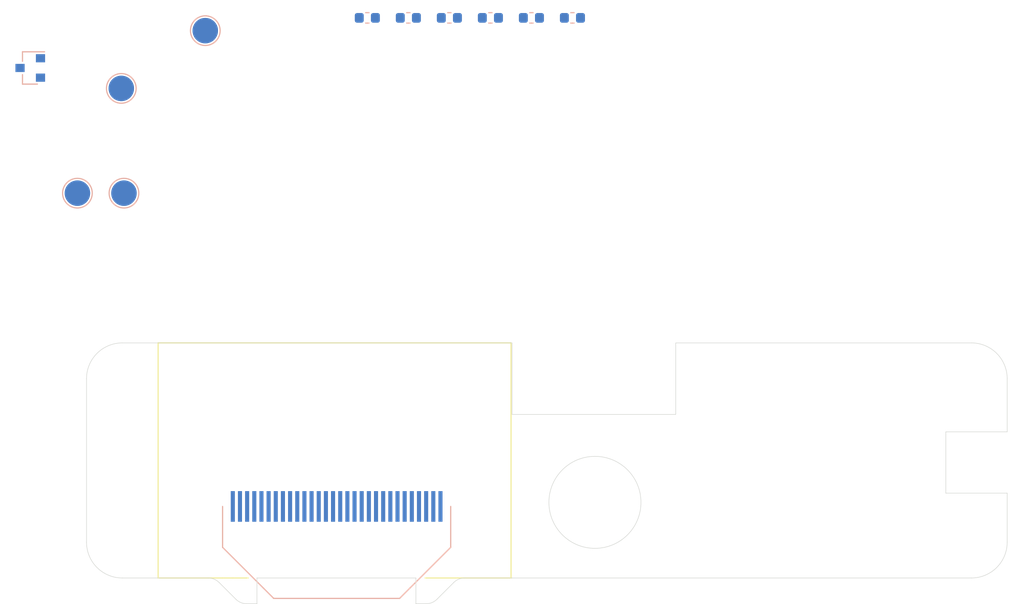
<source format=kicad_pcb>
(kicad_pcb (version 20171130) (host pcbnew "(5.1.5)-3")

  (general
    (thickness 1.6)
    (drawings 30)
    (tracks 0)
    (zones 0)
    (modules 16)
    (nets 8)
  )

  (page A4)
  (layers
    (0 F.Cu signal)
    (31 B.Cu signal)
    (32 B.Adhes user)
    (33 F.Adhes user)
    (34 B.Paste user)
    (35 F.Paste user)
    (36 B.SilkS user)
    (37 F.SilkS user)
    (38 B.Mask user)
    (39 F.Mask user)
    (40 Dwgs.User user)
    (41 Cmts.User user)
    (42 Eco1.User user)
    (43 Eco2.User user)
    (44 Edge.Cuts user)
    (45 Margin user)
    (46 B.CrtYd user)
    (47 F.CrtYd user)
    (48 B.Fab user)
    (49 F.Fab user)
  )

  (setup
    (last_trace_width 0.25)
    (trace_clearance 0.2)
    (zone_clearance 0.508)
    (zone_45_only no)
    (trace_min 0.2)
    (via_size 0.8)
    (via_drill 0.4)
    (via_min_size 0.4)
    (via_min_drill 0.3)
    (uvia_size 0.3)
    (uvia_drill 0.1)
    (uvias_allowed no)
    (uvia_min_size 0.2)
    (uvia_min_drill 0.1)
    (edge_width 0.05)
    (segment_width 0.2)
    (pcb_text_width 0.3)
    (pcb_text_size 1.5 1.5)
    (mod_edge_width 0.12)
    (mod_text_size 1 1)
    (mod_text_width 0.15)
    (pad_size 1.524 1.524)
    (pad_drill 0.762)
    (pad_to_mask_clearance 0.051)
    (solder_mask_min_width 0.25)
    (aux_axis_origin 0 0)
    (grid_origin 84.9 98.5)
    (visible_elements 7FFFFFFF)
    (pcbplotparams
      (layerselection 0x010fc_ffffffff)
      (usegerberextensions false)
      (usegerberattributes false)
      (usegerberadvancedattributes false)
      (creategerberjobfile false)
      (excludeedgelayer true)
      (linewidth 0.100000)
      (plotframeref false)
      (viasonmask false)
      (mode 1)
      (useauxorigin false)
      (hpglpennumber 1)
      (hpglpenspeed 20)
      (hpglpendiameter 15.000000)
      (psnegative false)
      (psa4output false)
      (plotreference true)
      (plotvalue true)
      (plotinvisibletext false)
      (padsonsilk false)
      (subtractmaskfromsilk false)
      (outputformat 1)
      (mirror false)
      (drillshape 1)
      (scaleselection 1)
      (outputdirectory ""))
  )

  (net 0 "")
  (net 1 GND)
  (net 2 +3V3)
  (net 3 "Net-(C3-Pad1)")
  (net 4 "Net-(R1-Pad1)")
  (net 5 I2C1_SDA)
  (net 6 I2C1_SCL)
  (net 7 "Net-(U1-Pad14)")

  (net_class Default "This is the default net class."
    (clearance 0.2)
    (trace_width 0.25)
    (via_dia 0.8)
    (via_drill 0.4)
    (uvia_dia 0.3)
    (uvia_drill 0.1)
    (add_net +3V3)
    (add_net GND)
    (add_net I2C1_SCL)
    (add_net I2C1_SDA)
    (add_net "Net-(C3-Pad1)")
    (add_net "Net-(R1-Pad1)")
    (add_net "Net-(U1-Pad14)")
  )

  (module CUSTOM_FOOTPRINTS:OLED_30_Pin (layer B.Cu) (tedit 610E8E89) (tstamp 610EBFA5)
    (at 80.9 89.5)
    (path /6115B70F)
    (fp_text reference U1 (at 9.1 -3.5) (layer B.SilkS) hide
      (effects (font (size 1 1) (thickness 0.15)) (justify mirror))
    )
    (fp_text value OLED_30_Pin (at 4.9 -5.6) (layer B.Fab)
      (effects (font (size 1 1) (thickness 0.15)) (justify mirror))
    )
    (fp_line (start 3 8) (end 4 9) (layer B.SilkS) (width 0.12))
    (fp_line (start 17.3 8) (end 16.3 9) (layer B.SilkS) (width 0.12))
    (fp_line (start 4 9) (end 16.3 9) (layer B.SilkS) (width 0.12))
    (fp_line (start 0 7) (end 1.5 7) (layer F.SilkS) (width 0.12))
    (fp_line (start 27.2 7) (end 18.8 7) (layer F.SilkS) (width 0.12))
    (fp_line (start 27.2 -16) (end 27.2 7) (layer F.SilkS) (width 0.12))
    (fp_line (start -7.3 -16) (end 27.2 -16) (layer F.SilkS) (width 0.12))
    (fp_line (start -7.3 7) (end -7.3 -16) (layer F.SilkS) (width 0.12))
    (fp_line (start -1 7) (end -7.3 7) (layer F.SilkS) (width 0.12))
    (fp_line (start -1 7) (end 0 7) (layer F.SilkS) (width 0.12))
    (fp_line (start 21.3 4) (end 17.3 8) (layer B.SilkS) (width 0.12))
    (fp_line (start -1 4) (end 3 8) (layer B.SilkS) (width 0.12))
    (fp_line (start 21.3 0) (end 21.3 4) (layer B.SilkS) (width 0.12))
    (fp_line (start -1 0) (end -1 4) (layer B.SilkS) (width 0.12))
    (pad 30 smd rect (at 20.3 0) (size 0.4 3) (layers B.Cu B.Paste B.Mask))
    (pad 29 smd rect (at 19.6 0) (size 0.4 3) (layers B.Cu B.Paste B.Mask)
      (net 1 GND))
    (pad 28 smd rect (at 18.9 0) (size 0.4 3) (layers B.Cu B.Paste B.Mask)
      (net 2 +3V3))
    (pad 27 smd rect (at 18.2 0) (size 0.4 3) (layers B.Cu B.Paste B.Mask)
      (net 3 "Net-(C3-Pad1)"))
    (pad 26 smd rect (at 17.5 0) (size 0.4 3) (layers B.Cu B.Paste B.Mask)
      (net 4 "Net-(R1-Pad1)"))
    (pad 25 smd rect (at 16.8 0) (size 0.4 3) (layers B.Cu B.Paste B.Mask)
      (net 1 GND))
    (pad 24 smd rect (at 16.1 0) (size 0.4 3) (layers B.Cu B.Paste B.Mask)
      (net 1 GND))
    (pad 23 smd rect (at 15.4 0) (size 0.4 3) (layers B.Cu B.Paste B.Mask)
      (net 1 GND))
    (pad 22 smd rect (at 14.7 0) (size 0.4 3) (layers B.Cu B.Paste B.Mask)
      (net 1 GND))
    (pad 21 smd rect (at 14 0) (size 0.4 3) (layers B.Cu B.Paste B.Mask)
      (net 1 GND))
    (pad 20 smd rect (at 13.3 0) (size 0.4 3) (layers B.Cu B.Paste B.Mask)
      (net 5 I2C1_SDA))
    (pad 19 smd rect (at 12.6 0) (size 0.4 3) (layers B.Cu B.Paste B.Mask)
      (net 5 I2C1_SDA))
    (pad 18 smd rect (at 11.9 0) (size 0.4 3) (layers B.Cu B.Paste B.Mask)
      (net 6 I2C1_SCL))
    (pad 17 smd rect (at 11.2 0) (size 0.4 3) (layers B.Cu B.Paste B.Mask)
      (net 1 GND))
    (pad 16 smd rect (at 10.5 0) (size 0.4 3) (layers B.Cu B.Paste B.Mask)
      (net 1 GND))
    (pad 15 smd rect (at 9.8 0) (size 0.4 3) (layers B.Cu B.Paste B.Mask)
      (net 1 GND))
    (pad 14 smd rect (at 9.1 0) (size 0.4 3) (layers B.Cu B.Paste B.Mask)
      (net 7 "Net-(U1-Pad14)"))
    (pad 13 smd rect (at 8.4 0) (size 0.4 3) (layers B.Cu B.Paste B.Mask)
      (net 1 GND))
    (pad 12 smd rect (at 7.7 0) (size 0.4 3) (layers B.Cu B.Paste B.Mask)
      (net 1 GND))
    (pad 11 smd rect (at 7 0) (size 0.4 3) (layers B.Cu B.Paste B.Mask)
      (net 2 +3V3))
    (pad 10 smd rect (at 6.3 0) (size 0.4 3) (layers B.Cu B.Paste B.Mask)
      (net 1 GND))
    (pad 9 smd rect (at 5.6 0) (size 0.4 3) (layers B.Cu B.Paste B.Mask)
      (net 2 +3V3))
    (pad 8 smd rect (at 4.9 0) (size 0.4 3) (layers B.Cu B.Paste B.Mask)
      (net 1 GND))
    (pad 7 smd rect (at 4.2 0) (size 0.4 3) (layers B.Cu B.Paste B.Mask))
    (pad 6 smd rect (at 3.5 0) (size 0.4 3) (layers B.Cu B.Paste B.Mask)
      (net 2 +3V3))
    (pad 5 smd rect (at 2.8 0) (size 0.4 3) (layers B.Cu B.Paste B.Mask))
    (pad 4 smd rect (at 2.1 0) (size 0.4 3) (layers B.Cu B.Paste B.Mask))
    (pad 3 smd rect (at 1.4 0) (size 0.4 3) (layers B.Cu B.Paste B.Mask))
    (pad 2 smd rect (at 0.7 0) (size 0.4 3) (layers B.Cu B.Paste B.Mask))
    (pad 1 smd rect (at 0 0) (size 0.4 3) (layers B.Cu B.Paste B.Mask))
  )

  (module Package_TO_SOT_SMD:SOT-23 (layer B.Cu) (tedit 5A02FF57) (tstamp 610EBFBA)
    (at 61.1 46.6 180)
    (descr "SOT-23, Standard")
    (tags SOT-23)
    (path /6115B64C)
    (attr smd)
    (fp_text reference U2 (at 0 2.5) (layer B.SilkS) hide
      (effects (font (size 1 1) (thickness 0.15)) (justify mirror))
    )
    (fp_text value APX803 (at 0 -2.5) (layer B.Fab)
      (effects (font (size 1 1) (thickness 0.15)) (justify mirror))
    )
    (fp_line (start 0.76 -1.58) (end -0.7 -1.58) (layer B.SilkS) (width 0.12))
    (fp_line (start 0.76 1.58) (end -1.4 1.58) (layer B.SilkS) (width 0.12))
    (fp_line (start -1.7 -1.75) (end -1.7 1.75) (layer B.CrtYd) (width 0.05))
    (fp_line (start 1.7 -1.75) (end -1.7 -1.75) (layer B.CrtYd) (width 0.05))
    (fp_line (start 1.7 1.75) (end 1.7 -1.75) (layer B.CrtYd) (width 0.05))
    (fp_line (start -1.7 1.75) (end 1.7 1.75) (layer B.CrtYd) (width 0.05))
    (fp_line (start 0.76 1.58) (end 0.76 0.65) (layer B.SilkS) (width 0.12))
    (fp_line (start 0.76 -1.58) (end 0.76 -0.65) (layer B.SilkS) (width 0.12))
    (fp_line (start -0.7 -1.52) (end 0.7 -1.52) (layer B.Fab) (width 0.1))
    (fp_line (start 0.7 1.52) (end 0.7 -1.52) (layer B.Fab) (width 0.1))
    (fp_line (start -0.7 0.95) (end -0.15 1.52) (layer B.Fab) (width 0.1))
    (fp_line (start -0.15 1.52) (end 0.7 1.52) (layer B.Fab) (width 0.1))
    (fp_line (start -0.7 0.95) (end -0.7 -1.5) (layer B.Fab) (width 0.1))
    (fp_text user %R (at 0 0 -90) (layer B.Fab)
      (effects (font (size 0.5 0.5) (thickness 0.075)) (justify mirror))
    )
    (pad 3 smd rect (at 1 0 180) (size 0.9 0.8) (layers B.Cu B.Paste B.Mask)
      (net 2 +3V3))
    (pad 2 smd rect (at -1 -0.95 180) (size 0.9 0.8) (layers B.Cu B.Paste B.Mask)
      (net 7 "Net-(U1-Pad14)"))
    (pad 1 smd rect (at -1 0.95 180) (size 0.9 0.8) (layers B.Cu B.Paste B.Mask)
      (net 1 GND))
    (model ${KISYS3DMOD}/Package_TO_SOT_SMD.3dshapes/SOT-23.wrl
      (at (xyz 0 0 0))
      (scale (xyz 1 1 1))
      (rotate (xyz 0 0 0))
    )
  )

  (module TestPoint:TestPoint_Pad_D2.5mm (layer B.Cu) (tedit 5A0F774F) (tstamp 610EBF75)
    (at 70 48.6 180)
    (descr "SMD pad as test Point, diameter 2.5mm")
    (tags "test point SMD pad")
    (path /610EB3F0)
    (attr virtual)
    (fp_text reference TP4 (at 0 2.148) (layer B.SilkS) hide
      (effects (font (size 1 1) (thickness 0.15)) (justify mirror))
    )
    (fp_text value TestPoint (at 0 -2.25) (layer B.Fab)
      (effects (font (size 1 1) (thickness 0.15)) (justify mirror))
    )
    (fp_circle (center 0 0) (end 0 -1.45) (layer B.SilkS) (width 0.12))
    (fp_circle (center 0 0) (end 1.75 0) (layer B.CrtYd) (width 0.05))
    (fp_text user %R (at 0 2.15) (layer B.Fab)
      (effects (font (size 1 1) (thickness 0.15)) (justify mirror))
    )
    (pad 1 smd circle (at 0 0 180) (size 2.5 2.5) (layers B.Cu B.Mask)
      (net 1 GND))
  )

  (module TestPoint:TestPoint_Pad_D2.5mm (layer B.Cu) (tedit 5A0F774F) (tstamp 610EBF6D)
    (at 65.71 58.85 180)
    (descr "SMD pad as test Point, diameter 2.5mm")
    (tags "test point SMD pad")
    (path /610EB6A6)
    (attr virtual)
    (fp_text reference TP3 (at 0 2.148) (layer B.SilkS) hide
      (effects (font (size 1 1) (thickness 0.15)) (justify mirror))
    )
    (fp_text value TestPoint (at 0 -2.25) (layer B.Fab)
      (effects (font (size 1 1) (thickness 0.15)) (justify mirror))
    )
    (fp_circle (center 0 0) (end 0 -1.45) (layer B.SilkS) (width 0.12))
    (fp_circle (center 0 0) (end 1.75 0) (layer B.CrtYd) (width 0.05))
    (fp_text user %R (at 0 2.15) (layer B.Fab)
      (effects (font (size 1 1) (thickness 0.15)) (justify mirror))
    )
    (pad 1 smd circle (at 0 0 180) (size 2.5 2.5) (layers B.Cu B.Mask)
      (net 2 +3V3))
  )

  (module TestPoint:TestPoint_Pad_D2.5mm (layer B.Cu) (tedit 5A0F774F) (tstamp 610EBF65)
    (at 78.21 42.95 180)
    (descr "SMD pad as test Point, diameter 2.5mm")
    (tags "test point SMD pad")
    (path /610EB216)
    (attr virtual)
    (fp_text reference e (at 0 2.148) (layer B.SilkS) hide
      (effects (font (size 1 1) (thickness 0.15)) (justify mirror))
    )
    (fp_text value TestPoint (at 0 -2.25) (layer B.Fab)
      (effects (font (size 1 1) (thickness 0.15)) (justify mirror))
    )
    (fp_circle (center 0 0) (end 0 -1.45) (layer B.SilkS) (width 0.12))
    (fp_circle (center 0 0) (end 1.75 0) (layer B.CrtYd) (width 0.05))
    (fp_text user %R (at 0 2.15) (layer B.Fab)
      (effects (font (size 1 1) (thickness 0.15)) (justify mirror))
    )
    (pad 1 smd circle (at 0 0 180) (size 2.5 2.5) (layers B.Cu B.Mask)
      (net 6 I2C1_SCL))
  )

  (module TestPoint:TestPoint_Pad_D2.5mm (layer B.Cu) (tedit 5A0F774F) (tstamp 610EBF5D)
    (at 70.26 58.85 180)
    (descr "SMD pad as test Point, diameter 2.5mm")
    (tags "test point SMD pad")
    (path /610EA181)
    (attr virtual)
    (fp_text reference TP1 (at 0 2.148) (layer B.SilkS) hide
      (effects (font (size 1 1) (thickness 0.15)) (justify mirror))
    )
    (fp_text value TestPoint (at 0 -2.25) (layer B.Fab)
      (effects (font (size 1 1) (thickness 0.15)) (justify mirror))
    )
    (fp_circle (center 0 0) (end 0 -1.45) (layer B.SilkS) (width 0.12))
    (fp_circle (center 0 0) (end 1.75 0) (layer B.CrtYd) (width 0.05))
    (fp_text user %R (at 0 2.15) (layer B.Fab)
      (effects (font (size 1 1) (thickness 0.15)) (justify mirror))
    )
    (pad 1 smd circle (at 0 0 180) (size 2.5 2.5) (layers B.Cu B.Mask)
      (net 5 I2C1_SDA))
  )

  (module Capacitor_SMD:C_0603_1608Metric (layer B.Cu) (tedit 5B301BBE) (tstamp 610EBF55)
    (at 94.05 41.7 180)
    (descr "Capacitor SMD 0603 (1608 Metric), square (rectangular) end terminal, IPC_7351 nominal, (Body size source: http://www.tortai-tech.com/upload/download/2011102023233369053.pdf), generated with kicad-footprint-generator")
    (tags capacitor)
    (path /6115B6EB)
    (attr smd)
    (fp_text reference R1 (at 0 1.43) (layer B.SilkS) hide
      (effects (font (size 1 1) (thickness 0.15)) (justify mirror))
    )
    (fp_text value "330 kOhm" (at 0 -1.43) (layer B.Fab)
      (effects (font (size 1 1) (thickness 0.15)) (justify mirror))
    )
    (fp_text user %R (at 0 0) (layer B.Fab)
      (effects (font (size 0.4 0.4) (thickness 0.06)) (justify mirror))
    )
    (fp_line (start 1.48 -0.73) (end -1.48 -0.73) (layer B.CrtYd) (width 0.05))
    (fp_line (start 1.48 0.73) (end 1.48 -0.73) (layer B.CrtYd) (width 0.05))
    (fp_line (start -1.48 0.73) (end 1.48 0.73) (layer B.CrtYd) (width 0.05))
    (fp_line (start -1.48 -0.73) (end -1.48 0.73) (layer B.CrtYd) (width 0.05))
    (fp_line (start -0.162779 -0.51) (end 0.162779 -0.51) (layer B.SilkS) (width 0.12))
    (fp_line (start -0.162779 0.51) (end 0.162779 0.51) (layer B.SilkS) (width 0.12))
    (fp_line (start 0.8 -0.4) (end -0.8 -0.4) (layer B.Fab) (width 0.1))
    (fp_line (start 0.8 0.4) (end 0.8 -0.4) (layer B.Fab) (width 0.1))
    (fp_line (start -0.8 0.4) (end 0.8 0.4) (layer B.Fab) (width 0.1))
    (fp_line (start -0.8 -0.4) (end -0.8 0.4) (layer B.Fab) (width 0.1))
    (pad 2 smd roundrect (at 0.7875 0 180) (size 0.875 0.95) (layers B.Cu B.Paste B.Mask) (roundrect_rratio 0.25)
      (net 1 GND))
    (pad 1 smd roundrect (at -0.7875 0 180) (size 0.875 0.95) (layers B.Cu B.Paste B.Mask) (roundrect_rratio 0.25)
      (net 4 "Net-(R1-Pad1)"))
    (model ${KISYS3DMOD}/Capacitor_SMD.3dshapes/C_0603_1608Metric.wrl
      (at (xyz 0 0 0))
      (scale (xyz 1 1 1))
      (rotate (xyz 0 0 0))
    )
  )

  (module MountingHole:MountingHole_3.2mm_M3 (layer F.Cu) (tedit 56D1B4CB) (tstamp 610EBF44)
    (at 153.1 93)
    (descr "Mounting Hole 3.2mm, no annular, M3")
    (tags "mounting hole 3.2mm no annular m3")
    (path /610E9AED)
    (attr virtual)
    (fp_text reference H4 (at 0 -4.2) (layer F.SilkS) hide
      (effects (font (size 1 1) (thickness 0.15)))
    )
    (fp_text value MountingHole (at 0 4.2) (layer F.Fab)
      (effects (font (size 1 1) (thickness 0.15)))
    )
    (fp_circle (center 0 0) (end 3.45 0) (layer F.CrtYd) (width 0.05))
    (fp_circle (center 0 0) (end 3.2 0) (layer Cmts.User) (width 0.15))
    (fp_text user %R (at 0.3 0) (layer F.Fab)
      (effects (font (size 1 1) (thickness 0.15)))
    )
    (pad 1 np_thru_hole circle (at 0 0) (size 3.2 3.2) (drill 3.2) (layers *.Cu *.Mask))
  )

  (module MountingHole:MountingHole_3.2mm_M3 (layer F.Cu) (tedit 56D1B4CB) (tstamp 610EBF3C)
    (at 70.1 93)
    (descr "Mounting Hole 3.2mm, no annular, M3")
    (tags "mounting hole 3.2mm no annular m3")
    (path /610E9984)
    (attr virtual)
    (fp_text reference H3 (at 0 -4.2) (layer F.SilkS) hide
      (effects (font (size 1 1) (thickness 0.15)))
    )
    (fp_text value MountingHole (at 0 4.2) (layer F.Fab)
      (effects (font (size 1 1) (thickness 0.15)))
    )
    (fp_circle (center 0 0) (end 3.45 0) (layer F.CrtYd) (width 0.05))
    (fp_circle (center 0 0) (end 3.2 0) (layer Cmts.User) (width 0.15))
    (fp_text user %R (at 0.3 0) (layer F.Fab)
      (effects (font (size 1 1) (thickness 0.15)))
    )
    (pad 1 np_thru_hole circle (at 0 0) (size 3.2 3.2) (drill 3.2) (layers *.Cu *.Mask))
  )

  (module MountingHole:MountingHole_3.2mm_M3 (layer F.Cu) (tedit 56D1B4CB) (tstamp 610EBF34)
    (at 153.1 77)
    (descr "Mounting Hole 3.2mm, no annular, M3")
    (tags "mounting hole 3.2mm no annular m3")
    (path /610E97F8)
    (attr virtual)
    (fp_text reference H2 (at 0 -4.2) (layer F.SilkS) hide
      (effects (font (size 1 1) (thickness 0.15)))
    )
    (fp_text value MountingHole (at 0 4.2) (layer F.Fab)
      (effects (font (size 1 1) (thickness 0.15)))
    )
    (fp_circle (center 0 0) (end 3.45 0) (layer F.CrtYd) (width 0.05))
    (fp_circle (center 0 0) (end 3.2 0) (layer Cmts.User) (width 0.15))
    (fp_text user %R (at 0.3 0) (layer F.Fab)
      (effects (font (size 1 1) (thickness 0.15)))
    )
    (pad 1 np_thru_hole circle (at 0 0) (size 3.2 3.2) (drill 3.2) (layers *.Cu *.Mask))
  )

  (module MountingHole:MountingHole_3.2mm_M3 (layer F.Cu) (tedit 56D1B4CB) (tstamp 610EBF2C)
    (at 70.1 77)
    (descr "Mounting Hole 3.2mm, no annular, M3")
    (tags "mounting hole 3.2mm no annular m3")
    (path /610E79C2)
    (attr virtual)
    (fp_text reference H1 (at 0 -4.2) (layer F.SilkS) hide
      (effects (font (size 1 1) (thickness 0.15)))
    )
    (fp_text value MountingHole (at 0 4.2) (layer F.Fab)
      (effects (font (size 1 1) (thickness 0.15)))
    )
    (fp_circle (center 0 0) (end 3.45 0) (layer F.CrtYd) (width 0.05))
    (fp_circle (center 0 0) (end 3.2 0) (layer Cmts.User) (width 0.15))
    (fp_text user %R (at 0.3 0) (layer F.Fab)
      (effects (font (size 1 1) (thickness 0.15)))
    )
    (pad 1 np_thru_hole circle (at 0 0) (size 3.2 3.2) (drill 3.2) (layers *.Cu *.Mask))
  )

  (module Capacitor_SMD:C_0603_1608Metric (layer B.Cu) (tedit 5B301BBE) (tstamp 610EBF24)
    (at 98.06 41.7 180)
    (descr "Capacitor SMD 0603 (1608 Metric), square (rectangular) end terminal, IPC_7351 nominal, (Body size source: http://www.tortai-tech.com/upload/download/2011102023233369053.pdf), generated with kicad-footprint-generator")
    (tags capacitor)
    (path /6115B6F1)
    (attr smd)
    (fp_text reference C5 (at 0 1.43) (layer B.SilkS) hide
      (effects (font (size 1 1) (thickness 0.15)) (justify mirror))
    )
    (fp_text value "10 uF" (at 0 -1.43) (layer B.Fab)
      (effects (font (size 1 1) (thickness 0.15)) (justify mirror))
    )
    (fp_text user %R (at 0 0) (layer B.Fab)
      (effects (font (size 0.4 0.4) (thickness 0.06)) (justify mirror))
    )
    (fp_line (start 1.48 -0.73) (end -1.48 -0.73) (layer B.CrtYd) (width 0.05))
    (fp_line (start 1.48 0.73) (end 1.48 -0.73) (layer B.CrtYd) (width 0.05))
    (fp_line (start -1.48 0.73) (end 1.48 0.73) (layer B.CrtYd) (width 0.05))
    (fp_line (start -1.48 -0.73) (end -1.48 0.73) (layer B.CrtYd) (width 0.05))
    (fp_line (start -0.162779 -0.51) (end 0.162779 -0.51) (layer B.SilkS) (width 0.12))
    (fp_line (start -0.162779 0.51) (end 0.162779 0.51) (layer B.SilkS) (width 0.12))
    (fp_line (start 0.8 -0.4) (end -0.8 -0.4) (layer B.Fab) (width 0.1))
    (fp_line (start 0.8 0.4) (end 0.8 -0.4) (layer B.Fab) (width 0.1))
    (fp_line (start -0.8 0.4) (end 0.8 0.4) (layer B.Fab) (width 0.1))
    (fp_line (start -0.8 -0.4) (end -0.8 0.4) (layer B.Fab) (width 0.1))
    (pad 2 smd roundrect (at 0.7875 0 180) (size 0.875 0.95) (layers B.Cu B.Paste B.Mask) (roundrect_rratio 0.25)
      (net 1 GND))
    (pad 1 smd roundrect (at -0.7875 0 180) (size 0.875 0.95) (layers B.Cu B.Paste B.Mask) (roundrect_rratio 0.25)
      (net 2 +3V3))
    (model ${KISYS3DMOD}/Capacitor_SMD.3dshapes/C_0603_1608Metric.wrl
      (at (xyz 0 0 0))
      (scale (xyz 1 1 1))
      (rotate (xyz 0 0 0))
    )
  )

  (module Capacitor_SMD:C_0603_1608Metric (layer B.Cu) (tedit 5B301BBE) (tstamp 610EBF13)
    (at 102.07 41.7 180)
    (descr "Capacitor SMD 0603 (1608 Metric), square (rectangular) end terminal, IPC_7351 nominal, (Body size source: http://www.tortai-tech.com/upload/download/2011102023233369053.pdf), generated with kicad-footprint-generator")
    (tags capacitor)
    (path /6115B703)
    (attr smd)
    (fp_text reference C4 (at 0 1.43) (layer B.SilkS) hide
      (effects (font (size 1 1) (thickness 0.15)) (justify mirror))
    )
    (fp_text value "100 nF" (at 0 -1.43) (layer B.Fab)
      (effects (font (size 1 1) (thickness 0.15)) (justify mirror))
    )
    (fp_text user %R (at 0 0) (layer B.Fab)
      (effects (font (size 0.4 0.4) (thickness 0.06)) (justify mirror))
    )
    (fp_line (start 1.48 -0.73) (end -1.48 -0.73) (layer B.CrtYd) (width 0.05))
    (fp_line (start 1.48 0.73) (end 1.48 -0.73) (layer B.CrtYd) (width 0.05))
    (fp_line (start -1.48 0.73) (end 1.48 0.73) (layer B.CrtYd) (width 0.05))
    (fp_line (start -1.48 -0.73) (end -1.48 0.73) (layer B.CrtYd) (width 0.05))
    (fp_line (start -0.162779 -0.51) (end 0.162779 -0.51) (layer B.SilkS) (width 0.12))
    (fp_line (start -0.162779 0.51) (end 0.162779 0.51) (layer B.SilkS) (width 0.12))
    (fp_line (start 0.8 -0.4) (end -0.8 -0.4) (layer B.Fab) (width 0.1))
    (fp_line (start 0.8 0.4) (end 0.8 -0.4) (layer B.Fab) (width 0.1))
    (fp_line (start -0.8 0.4) (end 0.8 0.4) (layer B.Fab) (width 0.1))
    (fp_line (start -0.8 -0.4) (end -0.8 0.4) (layer B.Fab) (width 0.1))
    (pad 2 smd roundrect (at 0.7875 0 180) (size 0.875 0.95) (layers B.Cu B.Paste B.Mask) (roundrect_rratio 0.25)
      (net 1 GND))
    (pad 1 smd roundrect (at -0.7875 0 180) (size 0.875 0.95) (layers B.Cu B.Paste B.Mask) (roundrect_rratio 0.25)
      (net 2 +3V3))
    (model ${KISYS3DMOD}/Capacitor_SMD.3dshapes/C_0603_1608Metric.wrl
      (at (xyz 0 0 0))
      (scale (xyz 1 1 1))
      (rotate (xyz 0 0 0))
    )
  )

  (module Capacitor_SMD:C_0603_1608Metric (layer B.Cu) (tedit 5B301BBE) (tstamp 610EBF02)
    (at 106.08 41.7 180)
    (descr "Capacitor SMD 0603 (1608 Metric), square (rectangular) end terminal, IPC_7351 nominal, (Body size source: http://www.tortai-tech.com/upload/download/2011102023233369053.pdf), generated with kicad-footprint-generator")
    (tags capacitor)
    (path /6115B6F7)
    (attr smd)
    (fp_text reference C3 (at 0 1.43) (layer B.SilkS) hide
      (effects (font (size 1 1) (thickness 0.15)) (justify mirror))
    )
    (fp_text value "4.7 uF" (at 0 -1.43) (layer B.Fab)
      (effects (font (size 1 1) (thickness 0.15)) (justify mirror))
    )
    (fp_text user %R (at 0 0) (layer B.Fab)
      (effects (font (size 0.4 0.4) (thickness 0.06)) (justify mirror))
    )
    (fp_line (start 1.48 -0.73) (end -1.48 -0.73) (layer B.CrtYd) (width 0.05))
    (fp_line (start 1.48 0.73) (end 1.48 -0.73) (layer B.CrtYd) (width 0.05))
    (fp_line (start -1.48 0.73) (end 1.48 0.73) (layer B.CrtYd) (width 0.05))
    (fp_line (start -1.48 -0.73) (end -1.48 0.73) (layer B.CrtYd) (width 0.05))
    (fp_line (start -0.162779 -0.51) (end 0.162779 -0.51) (layer B.SilkS) (width 0.12))
    (fp_line (start -0.162779 0.51) (end 0.162779 0.51) (layer B.SilkS) (width 0.12))
    (fp_line (start 0.8 -0.4) (end -0.8 -0.4) (layer B.Fab) (width 0.1))
    (fp_line (start 0.8 0.4) (end 0.8 -0.4) (layer B.Fab) (width 0.1))
    (fp_line (start -0.8 0.4) (end 0.8 0.4) (layer B.Fab) (width 0.1))
    (fp_line (start -0.8 -0.4) (end -0.8 0.4) (layer B.Fab) (width 0.1))
    (pad 2 smd roundrect (at 0.7875 0 180) (size 0.875 0.95) (layers B.Cu B.Paste B.Mask) (roundrect_rratio 0.25)
      (net 1 GND))
    (pad 1 smd roundrect (at -0.7875 0 180) (size 0.875 0.95) (layers B.Cu B.Paste B.Mask) (roundrect_rratio 0.25)
      (net 3 "Net-(C3-Pad1)"))
    (model ${KISYS3DMOD}/Capacitor_SMD.3dshapes/C_0603_1608Metric.wrl
      (at (xyz 0 0 0))
      (scale (xyz 1 1 1))
      (rotate (xyz 0 0 0))
    )
  )

  (module Capacitor_SMD:C_0603_1608Metric (layer B.Cu) (tedit 5B301BBE) (tstamp 610EBEF1)
    (at 110.09 41.7 180)
    (descr "Capacitor SMD 0603 (1608 Metric), square (rectangular) end terminal, IPC_7351 nominal, (Body size source: http://www.tortai-tech.com/upload/download/2011102023233369053.pdf), generated with kicad-footprint-generator")
    (tags capacitor)
    (path /6115B709)
    (attr smd)
    (fp_text reference C2 (at 0 1.43) (layer B.SilkS) hide
      (effects (font (size 1 1) (thickness 0.15)) (justify mirror))
    )
    (fp_text value "100 nF" (at 0 -1.43) (layer B.Fab)
      (effects (font (size 1 1) (thickness 0.15)) (justify mirror))
    )
    (fp_text user %R (at 0 0) (layer B.Fab)
      (effects (font (size 0.4 0.4) (thickness 0.06)) (justify mirror))
    )
    (fp_line (start 1.48 -0.73) (end -1.48 -0.73) (layer B.CrtYd) (width 0.05))
    (fp_line (start 1.48 0.73) (end 1.48 -0.73) (layer B.CrtYd) (width 0.05))
    (fp_line (start -1.48 0.73) (end 1.48 0.73) (layer B.CrtYd) (width 0.05))
    (fp_line (start -1.48 -0.73) (end -1.48 0.73) (layer B.CrtYd) (width 0.05))
    (fp_line (start -0.162779 -0.51) (end 0.162779 -0.51) (layer B.SilkS) (width 0.12))
    (fp_line (start -0.162779 0.51) (end 0.162779 0.51) (layer B.SilkS) (width 0.12))
    (fp_line (start 0.8 -0.4) (end -0.8 -0.4) (layer B.Fab) (width 0.1))
    (fp_line (start 0.8 0.4) (end 0.8 -0.4) (layer B.Fab) (width 0.1))
    (fp_line (start -0.8 0.4) (end 0.8 0.4) (layer B.Fab) (width 0.1))
    (fp_line (start -0.8 -0.4) (end -0.8 0.4) (layer B.Fab) (width 0.1))
    (pad 2 smd roundrect (at 0.7875 0 180) (size 0.875 0.95) (layers B.Cu B.Paste B.Mask) (roundrect_rratio 0.25)
      (net 1 GND))
    (pad 1 smd roundrect (at -0.7875 0 180) (size 0.875 0.95) (layers B.Cu B.Paste B.Mask) (roundrect_rratio 0.25)
      (net 2 +3V3))
    (model ${KISYS3DMOD}/Capacitor_SMD.3dshapes/C_0603_1608Metric.wrl
      (at (xyz 0 0 0))
      (scale (xyz 1 1 1))
      (rotate (xyz 0 0 0))
    )
  )

  (module Capacitor_SMD:C_0603_1608Metric (layer B.Cu) (tedit 5B301BBE) (tstamp 610EBEE0)
    (at 114.1 41.7 180)
    (descr "Capacitor SMD 0603 (1608 Metric), square (rectangular) end terminal, IPC_7351 nominal, (Body size source: http://www.tortai-tech.com/upload/download/2011102023233369053.pdf), generated with kicad-footprint-generator")
    (tags capacitor)
    (path /6115B6FD)
    (attr smd)
    (fp_text reference C1 (at 0 1.43) (layer B.SilkS) hide
      (effects (font (size 1 1) (thickness 0.15)) (justify mirror))
    )
    (fp_text value "4.7 uF" (at 0 -1.43) (layer B.Fab)
      (effects (font (size 1 1) (thickness 0.15)) (justify mirror))
    )
    (fp_text user %R (at 0 0) (layer B.Fab)
      (effects (font (size 0.4 0.4) (thickness 0.06)) (justify mirror))
    )
    (fp_line (start 1.48 -0.73) (end -1.48 -0.73) (layer B.CrtYd) (width 0.05))
    (fp_line (start 1.48 0.73) (end 1.48 -0.73) (layer B.CrtYd) (width 0.05))
    (fp_line (start -1.48 0.73) (end 1.48 0.73) (layer B.CrtYd) (width 0.05))
    (fp_line (start -1.48 -0.73) (end -1.48 0.73) (layer B.CrtYd) (width 0.05))
    (fp_line (start -0.162779 -0.51) (end 0.162779 -0.51) (layer B.SilkS) (width 0.12))
    (fp_line (start -0.162779 0.51) (end 0.162779 0.51) (layer B.SilkS) (width 0.12))
    (fp_line (start 0.8 -0.4) (end -0.8 -0.4) (layer B.Fab) (width 0.1))
    (fp_line (start 0.8 0.4) (end 0.8 -0.4) (layer B.Fab) (width 0.1))
    (fp_line (start -0.8 0.4) (end 0.8 0.4) (layer B.Fab) (width 0.1))
    (fp_line (start -0.8 -0.4) (end -0.8 0.4) (layer B.Fab) (width 0.1))
    (pad 2 smd roundrect (at 0.7875 0 180) (size 0.875 0.95) (layers B.Cu B.Paste B.Mask) (roundrect_rratio 0.25)
      (net 1 GND))
    (pad 1 smd roundrect (at -0.7875 0 180) (size 0.875 0.95) (layers B.Cu B.Paste B.Mask) (roundrect_rratio 0.25)
      (net 2 +3V3))
    (model ${KISYS3DMOD}/Capacitor_SMD.3dshapes/C_0603_1608Metric.wrl
      (at (xyz 0 0 0))
      (scale (xyz 1 1 1))
      (rotate (xyz 0 0 0))
    )
  )

  (gr_line (start 156.6 88.2) (end 156.6 93) (layer Edge.Cuts) (width 0.05) (tstamp 610E8D8F))
  (gr_circle (center 116.3 89.1) (end 120.8 89.1) (layer Edge.Cuts) (width 0.05))
  (gr_line (start 156.6 88.2) (end 150.6 88.2) (layer Edge.Cuts) (width 0.05) (tstamp 610ECA88))
  (gr_line (start 156.6 82.2) (end 150.6 82.2) (layer Edge.Cuts) (width 0.05) (tstamp 610EC9FE))
  (gr_line (start 150.6 82.2) (end 150.6 88.2) (layer Edge.Cuts) (width 0.05))
  (gr_line (start 83.26066 99.01802) (end 82.26066 99.01802) (layer Edge.Cuts) (width 0.05) (tstamp 610EC9C3))
  (gr_line (start 99.8 99.01802) (end 98.8 99.01802) (layer Edge.Cuts) (width 0.05) (tstamp 610EC9C2))
  (gr_line (start 103.56066 96.5) (end 108.2 96.5) (layer Edge.Cuts) (width 0.05) (tstamp 610EC979))
  (gr_arc (start 103.56066 98) (end 103.56066 96.5) (angle -45) (layer Edge.Cuts) (width 0.05) (tstamp 610EC94C))
  (gr_line (start 100.86066 98.57868) (end 102.5 96.93934) (layer Edge.Cuts) (width 0.05) (tstamp 610EC9BC))
  (gr_line (start 98.8 99.01802) (end 98.8 96.5) (layer Edge.Cuts) (width 0.05) (tstamp 610EC94A))
  (gr_arc (start 99.8 97.51802) (end 99.8 99.01802) (angle -45) (layer Edge.Cuts) (width 0.05) (tstamp 610EC9B9))
  (gr_line (start 83.26066 96.5) (end 98.8 96.5) (layer Edge.Cuts) (width 0.05))
  (gr_line (start 83.26066 99.01802) (end 83.26066 96.5) (layer Edge.Cuts) (width 0.05))
  (gr_line (start 81.2 98.57868) (end 79.56066 96.93934) (layer Edge.Cuts) (width 0.05) (tstamp 610EC912))
  (gr_arc (start 82.26066 97.51802) (end 82.26066 99.01802) (angle 45) (layer Edge.Cuts) (width 0.05) (tstamp 610EC940))
  (gr_arc (start 78.5 98) (end 78.5 96.5) (angle 45) (layer Edge.Cuts) (width 0.05))
  (gr_line (start 153.1 73.5) (end 124.2 73.5) (layer Edge.Cuts) (width 0.05) (tstamp 610EC81B))
  (gr_line (start 124.2 80.5) (end 124.2 73.5) (layer Edge.Cuts) (width 0.05))
  (gr_line (start 108.2 80.5) (end 124.2 80.5) (layer Edge.Cuts) (width 0.05))
  (gr_line (start 108.2 73.5) (end 108.2 80.5) (layer Edge.Cuts) (width 0.05))
  (gr_line (start 70.1 96.5) (end 78.5 96.5) (layer Edge.Cuts) (width 0.05) (tstamp 610EC815))
  (gr_line (start 66.6 93) (end 66.6 77) (layer Edge.Cuts) (width 0.05) (tstamp 610EC117))
  (gr_line (start 153.1 96.5) (end 108.2 96.5) (layer Edge.Cuts) (width 0.05) (tstamp 610EC116))
  (gr_line (start 156.6 77) (end 156.6 82.2) (layer Edge.Cuts) (width 0.05) (tstamp 610EC115))
  (gr_line (start 108.2 73.5) (end 70.1 73.5) (layer Edge.Cuts) (width 0.05) (tstamp 610EC106))
  (gr_arc (start 153.1 77) (end 156.6 77) (angle -90) (layer Edge.Cuts) (width 0.05))
  (gr_arc (start 153.1 93) (end 153.1 96.5) (angle -90) (layer Edge.Cuts) (width 0.05))
  (gr_arc (start 70.1 93) (end 66.6 93) (angle -90) (layer Edge.Cuts) (width 0.05))
  (gr_arc (start 70.1 77) (end 70.1 73.5) (angle -90) (layer Edge.Cuts) (width 0.05))

)

</source>
